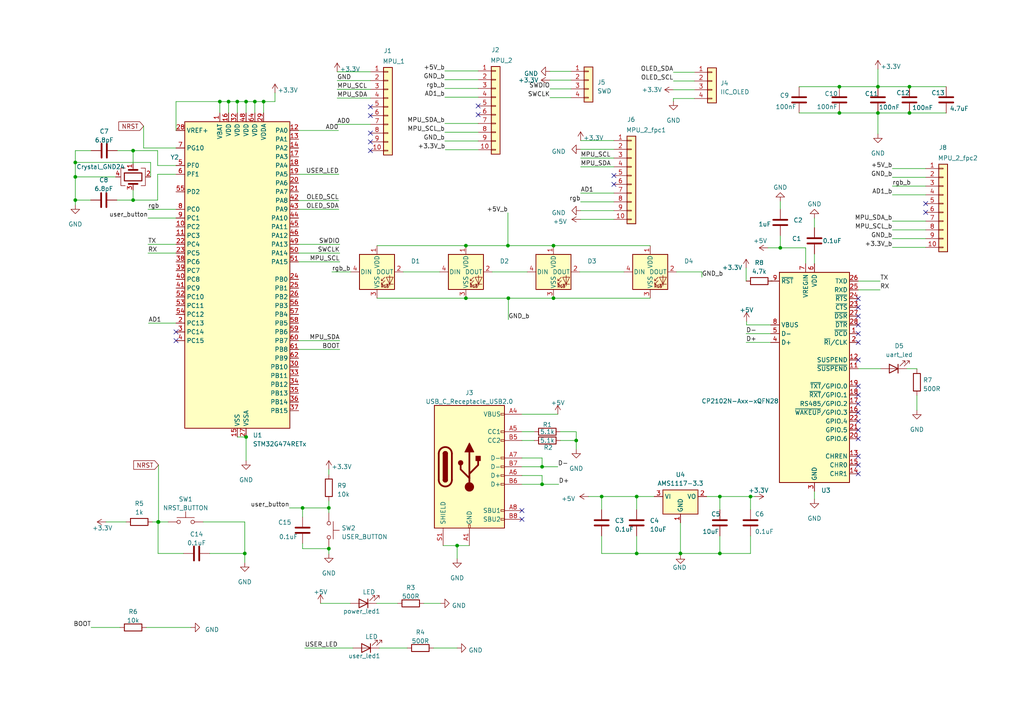
<source format=kicad_sch>
(kicad_sch (version 20230121) (generator eeschema)
  (paper "A4")
  (lib_symbols
    (symbol "Connector_Generic:Conn_01x04" (pin_names (offset 1.016) hide)
      (property "Reference" "J" (at 0 5.08 0))
      (property "Value" "Conn_01x04" (at 0 -7.62 0))
      (symbol "Conn_01x04_1_1"
        (pin passive line (at -5.08 2.54 0) (length 3.81) (name "Pin_1") (number "1"))
        (pin passive line (at -5.08 0 0) (length 3.81) (name "Pin_2") (number "2"))
        (pin passive line (at -5.08 -2.54 0) (length 3.81) (name "Pin_3") (number "3"))
        (pin passive line (at -5.08 -5.08 0) (length 3.81) (name "Pin_4") (number "4"))
      )
    )
    (symbol "Connector_Generic:Conn_01x10" (pin_names (offset 1.016) hide)
      (property "Reference" "J" (at 0 12.7 0))
      (property "Value" "Conn_01x10" (at 0 -15.24 0))
      (symbol "Conn_01x10_1_1"
        (pin passive line (at -5.08 10.16 0) (length 3.81) (name "Pin_1") (number "1"))
        (pin passive line (at -5.08 -12.7 0) (length 3.81) (name "Pin_10") (number "10"))
        (pin passive line (at -5.08 7.62 0) (length 3.81) (name "Pin_2") (number "2"))
        (pin passive line (at -5.08 5.08 0) (length 3.81) (name "Pin_3") (number "3"))
        (pin passive line (at -5.08 2.54 0) (length 3.81) (name "Pin_4") (number "4"))
        (pin passive line (at -5.08 0 0) (length 3.81) (name "Pin_5") (number "5"))
        (pin passive line (at -5.08 -2.54 0) (length 3.81) (name "Pin_6") (number "6"))
        (pin passive line (at -5.08 -5.08 0) (length 3.81) (name "Pin_7") (number "7"))
        (pin passive line (at -5.08 -7.62 0) (length 3.81) (name "Pin_8") (number "8"))
        (pin passive line (at -5.08 -10.16 0) (length 3.81) (name "Pin_9") (number "9"))
      )
    )
    (symbol "Device:C" (pin_numbers hide) (pin_names (offset 0.254))
      (property "Reference" "C" (at 0.635 2.54 0))
      (property "Value" "C" (at 0.635 -2.54 0))
      (symbol "C_1_1"
        (pin passive line (at 0 3.81 270) (length 2.794) (name "~") (number "1"))
        (pin passive line (at 0 -3.81 90) (length 2.794) (name "~") (number "2"))
      )
    )
    (symbol "Device:Crystal_GND24" (pin_names (offset 1.016) hide)
      (property "Reference" "Y" (at 3.175 5.08 0))
      (property "Value" "Crystal_GND24" (at 3.175 3.175 0))
      (symbol "Crystal_GND24_1_1"
        (pin passive line (at -3.81 0 0) (length 1.27) (name "1") (number "1"))
        (pin passive line (at 0 5.08 270) (length 1.27) (name "2") (number "2"))
        (pin passive line (at 3.81 0 180) (length 1.27) (name "3") (number "3"))
        (pin passive line (at 0 -5.08 90) (length 1.27) (name "4") (number "4"))
      )
    )
    (symbol "Device:LED" (pin_numbers hide) (pin_names (offset 1.016) hide)
      (property "Reference" "D" (at 0 2.54 0))
      (property "Value" "LED" (at 0 -2.54 0))
      (symbol "LED_1_1"
        (pin passive line (at -3.81 0 0) (length 2.54) (name "K") (number "1"))
        (pin passive line (at 3.81 0 180) (length 2.54) (name "A") (number "2"))
      )
    )
    (symbol "Device:R" (pin_numbers hide) (pin_names (offset 0))
      (property "Reference" "R" (at 2.032 0 90))
      (property "Value" "R" (at 0 0 90))
      (symbol "R_1_1"
        (pin passive line (at 0 3.81 270) (length 1.27) (name "~") (number "1"))
        (pin passive line (at 0 -3.81 90) (length 1.27) (name "~") (number "2"))
      )
    )
    (symbol "Iknob:AMS1117-3.3"
      (property "Reference" "U" (at -3.81 3.175 0))
      (property "Value" "AMS1117-3.3" (at 0 3.175 0))
      (symbol "AMS1117-3.3_1_1"
        (pin power_in line (at 0 -7.62 90) (length 2.54) (name "GND") (number "1"))
        (pin power_out line (at 7.62 0 180) (length 2.54) (name "VO") (number "2"))
        (pin power_in line (at -7.62 0 0) (length 2.54) (name "VI") (number "3"))
      )
    )
    (symbol "Iknob:C" (pin_numbers hide) (pin_names (offset 0.254))
      (property "Reference" "C" (at 0.635 2.54 0))
      (property "Value" "C" (at 0.635 -2.54 0))
      (symbol "C_1_1"
        (pin passive line (at 0 3.81 270) (length 2.794) (name "~") (number "1"))
        (pin passive line (at 0 -3.81 90) (length 2.794) (name "~") (number "2"))
      )
    )
    (symbol "Iknob:CP2102N-Axx-xQFN28"
      (property "Reference" "U" (at -8.89 31.75 0))
      (property "Value" "CP2102N-Axx-xQFN28" (at 12.7 31.75 0))
      (symbol "CP2102N-Axx-xQFN28_1_1"
        (pin input line (at 12.7 12.7 180) (length 2.54) (name "~{DCD}") (number "1"))
        (pin no_connect line (at -10.16 -27.94 0) (length 2.54) hide (name "NC") (number "10"))
        (pin output line (at 12.7 2.54 180) (length 2.54) (name "~{SUSPEND}") (number "11"))
        (pin output line (at 12.7 5.08 180) (length 2.54) (name "SUSPEND") (number "12"))
        (pin output line (at 12.7 -22.86 180) (length 2.54) (name "CHREN") (number "13"))
        (pin output line (at 12.7 -27.94 180) (length 2.54) (name "CHR1") (number "14"))
        (pin output line (at 12.7 -25.4 180) (length 2.54) (name "CHR0") (number "15"))
        (pin bidirectional line (at 12.7 -10.16 180) (length 2.54) (name "~{WAKEUP}/GPIO.3") (number "16"))
        (pin bidirectional line (at 12.7 -7.62 180) (length 2.54) (name "RS485/GPIO.2") (number "17"))
        (pin bidirectional line (at 12.7 -5.08 180) (length 2.54) (name "~{RXT}/GPIO.1") (number "18"))
        (pin bidirectional line (at 12.7 -2.54 180) (length 2.54) (name "~{TXT}/GPIO.0") (number "19"))
        (pin bidirectional line (at 12.7 10.16 180) (length 2.54) (name "~{RI}/CLK") (number "2"))
        (pin bidirectional line (at 12.7 -17.78 180) (length 2.54) (name "GPIO.6") (number "20"))
        (pin bidirectional line (at 12.7 -15.24 180) (length 2.54) (name "GPIO.5") (number "21"))
        (pin bidirectional line (at 12.7 -12.7 180) (length 2.54) (name "GPIO.4") (number "22"))
        (pin input line (at 12.7 20.32 180) (length 2.54) (name "~{CTS}") (number "23"))
        (pin output line (at 12.7 22.86 180) (length 2.54) (name "~{RTS}") (number "24"))
        (pin input line (at 12.7 25.4 180) (length 2.54) (name "RXD") (number "25"))
        (pin output line (at 12.7 27.94 180) (length 2.54) (name "TXD") (number "26"))
        (pin input line (at 12.7 17.78 180) (length 2.54) (name "~{DSR}") (number "27"))
        (pin output line (at 12.7 15.24 180) (length 2.54) (name "~{DTR}") (number "28"))
        (pin passive line (at 0 -33.02 90) (length 2.54) hide (name "GND") (number "29"))
        (pin power_in line (at 0 -33.02 90) (length 2.54) (name "GND") (number "3"))
        (pin bidirectional line (at -12.7 10.16 0) (length 2.54) (name "D+") (number "4"))
        (pin bidirectional line (at -12.7 12.7 0) (length 2.54) (name "D-") (number "5"))
        (pin power_in line (at 0 33.02 270) (length 2.54) (name "VDD") (number "6"))
        (pin power_in line (at -2.54 33.02 270) (length 2.54) (name "VREGIN") (number "7"))
        (pin input line (at -12.7 15.24 0) (length 2.54) (name "VBUS") (number "8"))
        (pin input line (at -12.7 27.94 0) (length 2.54) (name "~{RST}") (number "9"))
      )
    )
    (symbol "Iknob:USB_C_Receptacle_USB2.0" (pin_names (offset 1.016))
      (property "Reference" "J" (at -10.16 19.05 0))
      (property "Value" "USB_C_Receptacle_USB2.0" (at 19.05 19.05 0))
      (symbol "USB_C_Receptacle_USB2.0_1_1"
        (pin passive line (at 0 -22.86 90) (length 5.08) (name "GND") (number "A1"))
        (pin passive line (at 0 -22.86 90) (length 5.08) hide (name "GND") (number "A12"))
        (pin passive line (at 15.24 15.24 180) (length 5.08) (name "VBUS") (number "A4"))
        (pin bidirectional line (at 15.24 10.16 180) (length 5.08) (name "CC1") (number "A5"))
        (pin bidirectional line (at 15.24 -2.54 180) (length 5.08) (name "D+") (number "A6"))
        (pin bidirectional line (at 15.24 2.54 180) (length 5.08) (name "D-") (number "A7"))
        (pin bidirectional line (at 15.24 -12.7 180) (length 5.08) (name "SBU1") (number "A8"))
        (pin passive line (at 15.24 15.24 180) (length 5.08) hide (name "VBUS") (number "A9"))
        (pin passive line (at 0 -22.86 90) (length 5.08) hide (name "GND") (number "B1"))
        (pin passive line (at 0 -22.86 90) (length 5.08) hide (name "GND") (number "B12"))
        (pin passive line (at 15.24 15.24 180) (length 5.08) hide (name "VBUS") (number "B4"))
        (pin bidirectional line (at 15.24 7.62 180) (length 5.08) (name "CC2") (number "B5"))
        (pin bidirectional line (at 15.24 -5.08 180) (length 5.08) (name "D+") (number "B6"))
        (pin bidirectional line (at 15.24 0 180) (length 5.08) (name "D-") (number "B7"))
        (pin bidirectional line (at 15.24 -15.24 180) (length 5.08) (name "SBU2") (number "B8"))
        (pin passive line (at 15.24 15.24 180) (length 5.08) hide (name "VBUS") (number "B9"))
        (pin passive line (at -7.62 -22.86 90) (length 5.08) (name "SHIELD") (number "S1"))
      )
    )
    (symbol "LED:WS2812B" (pin_names (offset 0.254))
      (property "Reference" "D" (at 5.08 5.715 0))
      (property "Value" "WS2812B" (at 1.27 -5.715 0))
      (symbol "WS2812B_0_0"
        (text "RGB" (at 2.286 -4.191 0) (effects (font (size 0.762 0.762))))
      )
      (symbol "WS2812B_1_1"
        (pin power_in line (at 0 7.62 270) (length 2.54) (name "VDD") (number "1"))
        (pin output line (at 7.62 0 180) (length 2.54) (name "DOUT") (number "2"))
        (pin power_in line (at 0 -7.62 90) (length 2.54) (name "VSS") (number "3"))
        (pin input line (at -7.62 0 0) (length 2.54) (name "DIN") (number "4"))
      )
    )
    (symbol "MCU_ST_STM32G4:STM32G474RETx"
      (property "Reference" "U" (at -15.24 46.99 0))
      (property "Value" "STM32G474RETx" (at 10.16 46.99 0))
      (symbol "STM32G474RETx_1_1"
        (pin power_in line (at -5.08 48.26 270) (length 2.54) (name "VBAT") (number "1"))
        (pin bidirectional line (at -17.78 15.24 0) (length 2.54) (name "PC2") (number "10"))
        (pin bidirectional line (at -17.78 12.7 0) (length 2.54) (name "PC3") (number "11"))
        (pin bidirectional line (at 17.78 43.18 180) (length 2.54) (name "PA0") (number "12"))
        (pin bidirectional line (at 17.78 40.64 180) (length 2.54) (name "PA1") (number "13"))
        (pin bidirectional line (at 17.78 38.1 180) (length 2.54) (name "PA2") (number "14"))
        (pin power_in line (at 0 -45.72 90) (length 2.54) (name "VSS") (number "15"))
        (pin power_in line (at -2.54 48.26 270) (length 2.54) (name "VDD") (number "16"))
        (pin bidirectional line (at 17.78 35.56 180) (length 2.54) (name "PA3") (number "17"))
        (pin bidirectional line (at 17.78 33.02 180) (length 2.54) (name "PA4") (number "18"))
        (pin bidirectional line (at 17.78 30.48 180) (length 2.54) (name "PA5") (number "19"))
        (pin bidirectional line (at -17.78 -12.7 0) (length 2.54) (name "PC13") (number "2"))
        (pin bidirectional line (at 17.78 27.94 180) (length 2.54) (name "PA6") (number "20"))
        (pin bidirectional line (at 17.78 25.4 180) (length 2.54) (name "PA7") (number "21"))
        (pin bidirectional line (at -17.78 10.16 0) (length 2.54) (name "PC4") (number "22"))
        (pin bidirectional line (at -17.78 7.62 0) (length 2.54) (name "PC5") (number "23"))
        (pin bidirectional line (at 17.78 0 180) (length 2.54) (name "PB0") (number "24"))
        (pin bidirectional line (at 17.78 -2.54 180) (length 2.54) (name "PB1") (number "25"))
        (pin bidirectional line (at 17.78 -5.08 180) (length 2.54) (name "PB2") (number "26"))
        (pin power_in line (at 2.54 -45.72 90) (length 2.54) (name "VSSA") (number "27"))
        (pin input line (at -17.78 43.18 0) (length 2.54) (name "VREF+") (number "28"))
        (pin power_in line (at 7.62 48.26 270) (length 2.54) (name "VDDA") (number "29"))
        (pin bidirectional line (at -17.78 -15.24 0) (length 2.54) (name "PC14") (number "3"))
        (pin bidirectional line (at 17.78 -25.4 180) (length 2.54) (name "PB10") (number "30"))
        (pin passive line (at 0 -45.72 90) (length 2.54) hide (name "VSS") (number "31"))
        (pin power_in line (at 0 48.26 270) (length 2.54) (name "VDD") (number "32"))
        (pin bidirectional line (at 17.78 -27.94 180) (length 2.54) (name "PB11") (number "33"))
        (pin bidirectional line (at 17.78 -30.48 180) (length 2.54) (name "PB12") (number "34"))
        (pin bidirectional line (at 17.78 -33.02 180) (length 2.54) (name "PB13") (number "35"))
        (pin bidirectional line (at 17.78 -35.56 180) (length 2.54) (name "PB14") (number "36"))
        (pin bidirectional line (at 17.78 -38.1 180) (length 2.54) (name "PB15") (number "37"))
        (pin bidirectional line (at -17.78 5.08 0) (length 2.54) (name "PC6") (number "38"))
        (pin bidirectional line (at -17.78 2.54 0) (length 2.54) (name "PC7") (number "39"))
        (pin bidirectional line (at -17.78 -17.78 0) (length 2.54) (name "PC15") (number "4"))
        (pin bidirectional line (at -17.78 0 0) (length 2.54) (name "PC8") (number "40"))
        (pin bidirectional line (at -17.78 -2.54 0) (length 2.54) (name "PC9") (number "41"))
        (pin bidirectional line (at 17.78 22.86 180) (length 2.54) (name "PA8") (number "42"))
        (pin bidirectional line (at 17.78 20.32 180) (length 2.54) (name "PA9") (number "43"))
        (pin bidirectional line (at 17.78 17.78 180) (length 2.54) (name "PA10") (number "44"))
        (pin bidirectional line (at 17.78 15.24 180) (length 2.54) (name "PA11") (number "45"))
        (pin bidirectional line (at 17.78 12.7 180) (length 2.54) (name "PA12") (number "46"))
        (pin passive line (at 0 -45.72 90) (length 2.54) hide (name "VSS") (number "47"))
        (pin power_in line (at 2.54 48.26 270) (length 2.54) (name "VDD") (number "48"))
        (pin bidirectional line (at 17.78 10.16 180) (length 2.54) (name "PA13") (number "49"))
        (pin bidirectional line (at -17.78 33.02 0) (length 2.54) (name "PF0") (number "5"))
        (pin bidirectional line (at 17.78 7.62 180) (length 2.54) (name "PA14") (number "50"))
        (pin bidirectional line (at 17.78 5.08 180) (length 2.54) (name "PA15") (number "51"))
        (pin bidirectional line (at -17.78 -5.08 0) (length 2.54) (name "PC10") (number "52"))
        (pin bidirectional line (at -17.78 -7.62 0) (length 2.54) (name "PC11") (number "53"))
        (pin bidirectional line (at -17.78 -10.16 0) (length 2.54) (name "PC12") (number "54"))
        (pin bidirectional line (at -17.78 25.4 0) (length 2.54) (name "PD2") (number "55"))
        (pin bidirectional line (at 17.78 -7.62 180) (length 2.54) (name "PB3") (number "56"))
        (pin bidirectional line (at 17.78 -10.16 180) (length 2.54) (name "PB4") (number "57"))
        (pin bidirectional line (at 17.78 -12.7 180) (length 2.54) (name "PB5") (number "58"))
        (pin bidirectional line (at 17.78 -15.24 180) (length 2.54) (name "PB6") (number "59"))
        (pin bidirectional line (at -17.78 30.48 0) (length 2.54) (name "PF1") (number "6"))
        (pin bidirectional line (at 17.78 -17.78 180) (length 2.54) (name "PB7") (number "60"))
        (pin bidirectional line (at 17.78 -20.32 180) (length 2.54) (name "PB8") (number "61"))
        (pin bidirectional line (at 17.78 -22.86 180) (length 2.54) (name "PB9") (number "62"))
        (pin passive line (at 0 -45.72 90) (length 2.54) hide (name "VSS") (number "63"))
        (pin power_in line (at 5.08 48.26 270) (length 2.54) (name "VDD") (number "64"))
        (pin bidirectional line (at -17.78 38.1 0) (length 2.54) (name "PG10") (number "7"))
        (pin bidirectional line (at -17.78 20.32 0) (length 2.54) (name "PC0") (number "8"))
        (pin bidirectional line (at -17.78 17.78 0) (length 2.54) (name "PC1") (number "9"))
      )
    )
    (symbol "Switch:SW_Push" (pin_numbers hide) (pin_names (offset 1.016) hide)
      (property "Reference" "SW" (at 1.27 2.54 0))
      (property "Value" "SW_Push" (at 0 -1.524 0))
      (symbol "SW_Push_0_1"
        (pin passive line (at -5.08 0 0) (length 2.54) (name "1") (number "1"))
        (pin passive line (at 5.08 0 180) (length 2.54) (name "2") (number "2"))
      )
    )
    (symbol "power:+3.3V" (power) (pin_names (offset 0))
      (property "Value" "+3.3V" (at 0 3.556 0))
      (symbol "+3.3V_1_1"
        (pin power_in line (at 0 0 90) (length 0) hide (name "+3.3V") (number "1"))
      )
    )
    (symbol "power:+5V" (power) (pin_names (offset 0))
      (property "Value" "+5V" (at 0 3.556 0))
      (symbol "+5V_1_1"
        (pin power_in line (at 0 0 90) (length 0) hide (name "+5V") (number "1"))
      )
    )
    (symbol "power:GND" (power) (pin_names (offset 0))
      (property "Value" "GND" (at 0 -3.81 0))
      (symbol "GND_1_1"
        (pin power_in line (at 0 0 270) (length 0) hide (name "GND") (number "1"))
      )
    )
  )
  (junction (at 254.635 25.146))
  (junction (at 263.779 25.146))
  (junction (at 73.914 29.464))
  (junction (at 243.459 32.766))
  (junction (at 147.447 86.487))
  (junction (at 254.635 32.766))
  (junction (at 68.834 29.464))
  (junction (at 174.498 144.018))
  (junction (at 21.844 51.308))
  (junction (at 135.128 71.247))
  (junction (at 76.454 29.464))
  (junction (at 70.993 160.528))
  (junction (at 38.608 58.039))
  (junction (at 21.844 47.117))
  (junction (at 95.377 147.32))
  (junction (at 71.374 29.464))
  (junction (at 208.788 160.528))
  (junction (at 263.779 32.766))
  (junction (at 71.374 126.746))
  (junction (at 160.528 86.487))
  (junction (at 95.377 159.131))
  (junction (at 63.754 29.464))
  (junction (at 208.788 144.018))
  (junction (at 184.658 144.018))
  (junction (at 160.528 71.247))
  (junction (at 157.226 135.382))
  (junction (at 132.588 158.242))
  (junction (at 45.847 151.384))
  (junction (at 147.32 71.247))
  (junction (at 21.844 58.039))
  (junction (at 197.358 160.528))
  (junction (at 184.658 160.528))
  (junction (at 87.757 147.32))
  (junction (at 167.132 127.762))
  (junction (at 135.128 86.487))
  (junction (at 45.974 151.384))
  (junction (at 38.608 43.688))
  (junction (at 226.314 71.882))
  (junction (at 66.294 29.464))
  (junction (at 217.678 144.018))
  (junction (at 243.459 25.146))
  (junction (at 157.226 140.462))
  (no_connect (at 248.92 137.414))
  (no_connect (at 248.92 127.254))
  (no_connect (at 248.92 117.094))
  (no_connect (at 248.92 114.554))
  (no_connect (at 51.054 98.806))
  (no_connect (at 248.92 124.714))
  (no_connect (at 248.92 104.394))
  (no_connect (at 107.442 41.148))
  (no_connect (at 248.92 134.874))
  (no_connect (at 138.684 30.734))
  (no_connect (at 248.92 99.314))
  (no_connect (at 51.054 96.266))
  (no_connect (at 178.054 50.927))
  (no_connect (at 107.442 38.608))
  (no_connect (at 178.054 53.467))
  (no_connect (at 248.92 132.334))
  (no_connect (at 248.92 89.154))
  (no_connect (at 248.92 91.694))
  (no_connect (at 248.92 96.774))
  (no_connect (at 107.442 43.688))
  (no_connect (at 107.442 30.988))
  (no_connect (at 248.92 112.014))
  (no_connect (at 151.384 150.622))
  (no_connect (at 248.92 119.634))
  (no_connect (at 268.478 59.055))
  (no_connect (at 268.478 61.595))
  (no_connect (at 248.92 86.614))
  (no_connect (at 248.92 94.234))
  (no_connect (at 248.92 122.174))
  (no_connect (at 138.684 33.274))
  (no_connect (at 107.442 33.528))
  (no_connect (at 151.384 148.082))
  (wire (pts (xy 231.775 25.146) (xy 243.459 25.146)))
  (wire (pts (xy 151.384 135.382) (xy 157.226 135.382)))
  (wire (pts (xy 208.788 155.448) (xy 208.788 160.528)))
  (wire (pts (xy 233.68 76.454) (xy 233.68 71.882)))
  (wire (pts (xy 224.028 81.534) (xy 223.52 81.534)))
  (wire (pts (xy 51.054 50.546) (xy 45.72 50.546)))
  (wire (pts (xy 125.73 187.96) (xy 132.588 187.96)))
  (wire (pts (xy 45.974 151.384) (xy 48.768 151.384)))
  (wire (pts (xy 101.727 78.867) (xy 96.266 78.867)))
  (wire (pts (xy 195.326 20.955) (xy 201.422 20.955)))
  (wire (pts (xy 157.226 137.922) (xy 157.226 140.462)))
  (wire (pts (xy 21.844 58.039) (xy 21.844 59.436)))
  (wire (pts (xy 97.79 36.068) (xy 107.442 36.068)))
  (wire (pts (xy 135.128 86.487) (xy 147.447 86.487)))
  (wire (pts (xy 142.748 78.867) (xy 152.908 78.867)))
  (wire (pts (xy 254.635 20.066) (xy 254.635 25.146)))
  (wire (pts (xy 128.524 158.242) (xy 132.588 158.242)))
  (wire (pts (xy 109.347 71.247) (xy 135.128 71.247)))
  (wire (pts (xy 151.384 120.142) (xy 161.798 120.142)))
  (wire (pts (xy 38.608 43.688) (xy 38.608 47.498)))
  (wire (pts (xy 129.032 28.194) (xy 138.684 28.194)))
  (wire (pts (xy 258.826 66.675) (xy 268.478 66.675)))
  (wire (pts (xy 258.826 71.755) (xy 268.478 71.755)))
  (wire (pts (xy 147.447 86.487) (xy 147.447 92.71)))
  (wire (pts (xy 236.22 73.66) (xy 236.22 76.454)))
  (wire (pts (xy 258.826 56.515) (xy 268.478 56.515)))
  (wire (pts (xy 122.936 175.006) (xy 127.762 175.006)))
  (wire (pts (xy 151.384 137.922) (xy 157.226 137.922)))
  (wire (pts (xy 97.79 20.828) (xy 107.442 20.828)))
  (wire (pts (xy 68.834 29.464) (xy 71.374 29.464)))
  (wire (pts (xy 174.498 147.828) (xy 174.498 144.018)))
  (wire (pts (xy 248.92 84.074) (xy 255.27 84.074)))
  (wire (pts (xy 86.614 73.406) (xy 98.552 73.406)))
  (wire (pts (xy 268.478 53.975) (xy 258.826 53.975)))
  (wire (pts (xy 87.757 147.32) (xy 95.377 147.32)))
  (wire (pts (xy 70.993 151.384) (xy 58.928 151.384)))
  (wire (pts (xy 168.402 43.307) (xy 178.054 43.307)))
  (wire (pts (xy 95.377 147.32) (xy 95.377 148.717)))
  (wire (pts (xy 168.148 78.867) (xy 180.975 78.867)))
  (wire (pts (xy 263.779 32.766) (xy 274.447 32.766)))
  (wire (pts (xy 178.054 45.847) (xy 168.402 45.847)))
  (wire (pts (xy 95.377 158.877) (xy 95.377 159.131)))
  (wire (pts (xy 263.017 106.934) (xy 265.938 106.934)))
  (wire (pts (xy 86.614 75.946) (xy 98.552 75.946)))
  (wire (pts (xy 195.326 28.575) (xy 195.326 29.337)))
  (wire (pts (xy 43.688 47.117) (xy 21.844 47.117)))
  (wire (pts (xy 168.402 58.547) (xy 178.054 58.547)))
  (wire (pts (xy 132.588 158.242) (xy 136.144 158.242)))
  (wire (pts (xy 236.22 142.494) (xy 236.22 144.78)))
  (wire (pts (xy 86.614 58.166) (xy 98.298 58.166)))
  (wire (pts (xy 107.442 25.908) (xy 97.79 25.908)))
  (wire (pts (xy 45.72 48.006) (xy 45.72 43.688)))
  (wire (pts (xy 165.608 28.321) (xy 159.512 28.321)))
  (wire (pts (xy 258.826 51.435) (xy 268.478 51.435)))
  (wire (pts (xy 38.608 43.688) (xy 45.72 43.688)))
  (wire (pts (xy 79.756 26.924) (xy 79.756 29.464)))
  (wire (pts (xy 248.92 106.934) (xy 255.397 106.934)))
  (wire (pts (xy 159.512 25.781) (xy 165.608 25.781)))
  (wire (pts (xy 231.775 32.766) (xy 243.459 32.766)))
  (wire (pts (xy 216.408 99.314) (xy 223.52 99.314)))
  (wire (pts (xy 42.926 63.246) (xy 51.054 63.246)))
  (wire (pts (xy 208.788 147.828) (xy 208.788 144.018)))
  (wire (pts (xy 116.967 78.867) (xy 127.508 78.867)))
  (wire (pts (xy 184.658 147.828) (xy 184.658 144.018)))
  (wire (pts (xy 68.834 126.746) (xy 71.374 126.746)))
  (wire (pts (xy 70.993 160.528) (xy 70.993 151.384)))
  (wire (pts (xy 87.757 147.32) (xy 87.757 149.987)))
  (wire (pts (xy 168.402 48.387) (xy 178.054 48.387)))
  (wire (pts (xy 21.844 47.117) (xy 21.844 51.308)))
  (wire (pts (xy 135.128 71.247) (xy 147.32 71.247)))
  (wire (pts (xy 160.528 86.487) (xy 188.595 86.487)))
  (wire (pts (xy 71.374 29.464) (xy 71.374 32.766)))
  (wire (pts (xy 217.678 160.528) (xy 208.788 160.528)))
  (wire (pts (xy 138.684 25.654) (xy 129.032 25.654)))
  (wire (pts (xy 86.614 37.846) (xy 98.171 37.846)))
  (wire (pts (xy 51.054 29.464) (xy 63.754 29.464)))
  (wire (pts (xy 86.614 50.546) (xy 98.298 50.546)))
  (wire (pts (xy 76.454 29.464) (xy 79.756 29.464)))
  (wire (pts (xy 71.374 126.746) (xy 71.374 133.604)))
  (wire (pts (xy 43.688 47.117) (xy 43.688 51.308)))
  (wire (pts (xy 97.79 28.448) (xy 107.442 28.448)))
  (wire (pts (xy 184.658 144.018) (xy 189.738 144.018)))
  (wire (pts (xy 63.754 29.464) (xy 66.294 29.464)))
  (wire (pts (xy 51.054 48.006) (xy 45.72 48.006)))
  (wire (pts (xy 168.402 63.627) (xy 178.054 63.627)))
  (wire (pts (xy 95.377 136.144) (xy 95.377 137.668)))
  (wire (pts (xy 42.926 60.706) (xy 51.054 60.706)))
  (wire (pts (xy 151.384 127.762) (xy 154.94 127.762)))
  (wire (pts (xy 95.377 145.288) (xy 95.377 147.32)))
  (wire (pts (xy 129.032 23.114) (xy 138.684 23.114)))
  (wire (pts (xy 26.289 58.039) (xy 21.844 58.039)))
  (wire (pts (xy 223.52 94.234) (xy 216.535 94.234)))
  (wire (pts (xy 222.758 71.882) (xy 226.314 71.882)))
  (wire (pts (xy 42.926 73.406) (xy 51.054 73.406)))
  (wire (pts (xy 87.757 159.131) (xy 95.377 159.131)))
  (wire (pts (xy 216.408 77.724) (xy 216.408 81.534)))
  (wire (pts (xy 151.384 125.222) (xy 154.94 125.222)))
  (wire (pts (xy 258.826 64.135) (xy 268.478 64.135)))
  (wire (pts (xy 174.498 155.448) (xy 174.498 160.528)))
  (wire (pts (xy 174.498 160.528) (xy 184.658 160.528)))
  (wire (pts (xy 45.974 134.874) (xy 45.974 151.384)))
  (wire (pts (xy 265.938 106.934) (xy 265.938 107.061)))
  (wire (pts (xy 26.416 181.991) (xy 34.798 181.991)))
  (wire (pts (xy 197.358 160.528) (xy 197.358 160.909)))
  (wire (pts (xy 129.032 40.894) (xy 138.684 40.894)))
  (wire (pts (xy 226.314 68.326) (xy 226.314 71.882)))
  (wire (pts (xy 51.054 37.846) (xy 51.054 29.464)))
  (wire (pts (xy 71.374 29.464) (xy 73.914 29.464)))
  (wire (pts (xy 86.614 101.346) (xy 98.552 101.346)))
  (wire (pts (xy 254.635 25.146) (xy 263.779 25.146)))
  (wire (pts (xy 129.032 35.814) (xy 138.684 35.814)))
  (wire (pts (xy 151.384 140.462) (xy 157.226 140.462)))
  (wire (pts (xy 184.658 160.528) (xy 197.358 160.528)))
  (wire (pts (xy 43.053 93.726) (xy 51.054 93.726)))
  (wire (pts (xy 51.054 42.926) (xy 41.656 42.926)))
  (wire (pts (xy 203.581 78.867) (xy 203.581 80.391)))
  (wire (pts (xy 129.032 38.354) (xy 138.684 38.354)))
  (wire (pts (xy 258.826 48.895) (xy 268.478 48.895)))
  (wire (pts (xy 196.215 78.867) (xy 203.581 78.867)))
  (wire (pts (xy 167.132 125.222) (xy 167.132 127.762)))
  (wire (pts (xy 45.847 151.384) (xy 45.974 151.384)))
  (wire (pts (xy 265.938 114.681) (xy 265.938 118.999)))
  (wire (pts (xy 33.909 58.039) (xy 38.608 58.039)))
  (wire (pts (xy 26.416 43.688) (xy 21.844 43.688)))
  (wire (pts (xy 42.418 181.991) (xy 55.372 181.991)))
  (wire (pts (xy 44.196 151.384) (xy 45.847 151.384)))
  (wire (pts (xy 132.588 158.242) (xy 132.588 162.052)))
  (wire (pts (xy 174.498 144.018) (xy 184.658 144.018)))
  (wire (pts (xy 38.608 55.118) (xy 38.608 58.039)))
  (wire (pts (xy 157.226 140.462) (xy 162.052 140.462)))
  (wire (pts (xy 226.314 58.42) (xy 226.314 60.706)))
  (wire (pts (xy 45.847 151.384) (xy 45.847 160.528)))
  (wire (pts (xy 73.914 29.464) (xy 73.914 32.766)))
  (wire (pts (xy 162.56 127.762) (xy 167.132 127.762)))
  (wire (pts (xy 76.454 29.464) (xy 76.454 32.766)))
  (wire (pts (xy 95.377 159.131) (xy 95.377 160.655)))
  (wire (pts (xy 109.982 187.96) (xy 118.11 187.96)))
  (wire (pts (xy 33.528 51.308) (xy 21.844 51.308)))
  (wire (pts (xy 170.688 144.018) (xy 174.498 144.018)))
  (wire (pts (xy 68.834 29.464) (xy 68.834 32.766)))
  (wire (pts (xy 129.159 43.434) (xy 138.684 43.434)))
  (wire (pts (xy 42.926 70.866) (xy 51.054 70.866)))
  (wire (pts (xy 168.402 40.767) (xy 178.054 40.767)))
  (wire (pts (xy 201.422 28.575) (xy 195.326 28.575)))
  (wire (pts (xy 147.447 86.487) (xy 160.528 86.487)))
  (wire (pts (xy 263.779 25.146) (xy 274.447 25.146)))
  (wire (pts (xy 66.294 29.464) (xy 66.294 32.766)))
  (wire (pts (xy 41.656 36.576) (xy 41.656 42.926)))
  (wire (pts (xy 208.788 144.018) (xy 217.678 144.018)))
  (wire (pts (xy 258.826 69.215) (xy 268.478 69.215)))
  (wire (pts (xy 195.326 23.495) (xy 201.422 23.495)))
  (wire (pts (xy 243.459 25.146) (xy 254.635 25.146)))
  (wire (pts (xy 162.56 125.222) (xy 167.132 125.222)))
  (wire (pts (xy 160.528 71.247) (xy 188.595 71.247)))
  (wire (pts (xy 83.947 147.32) (xy 87.757 147.32)))
  (wire (pts (xy 97.79 23.368) (xy 107.442 23.368)))
  (wire (pts (xy 87.757 157.607) (xy 87.757 159.131)))
  (wire (pts (xy 86.614 70.866) (xy 98.552 70.866)))
  (wire (pts (xy 38.608 58.039) (xy 45.72 58.039)))
  (wire (pts (xy 208.788 160.528) (xy 197.358 160.528)))
  (wire (pts (xy 168.402 61.087) (xy 178.054 61.087)))
  (wire (pts (xy 109.347 86.487) (xy 135.128 86.487)))
  (wire (pts (xy 34.036 43.688) (xy 38.608 43.688)))
  (wire (pts (xy 157.226 135.382) (xy 161.798 135.382)))
  (wire (pts (xy 86.614 98.806) (xy 98.552 98.806)))
  (wire (pts (xy 195.326 26.035) (xy 201.422 26.035)))
  (wire (pts (xy 216.535 93.218) (xy 216.535 94.234)))
  (wire (pts (xy 21.844 51.308) (xy 21.844 58.039)))
  (wire (pts (xy 254.635 32.766) (xy 263.779 32.766)))
  (wire (pts (xy 147.32 71.247) (xy 160.528 71.247)))
  (wire (pts (xy 236.22 63.246) (xy 236.22 66.04)))
  (wire (pts (xy 63.754 32.766) (xy 63.754 29.464)))
  (wire (pts (xy 157.226 132.842) (xy 157.226 135.382)))
  (wire (pts (xy 45.847 160.528) (xy 53.213 160.528)))
  (wire (pts (xy 184.658 155.448) (xy 184.658 160.528)))
  (wire (pts (xy 159.512 20.701) (xy 165.608 20.701)))
  (wire (pts (xy 217.678 144.018) (xy 217.678 147.828)))
  (wire (pts (xy 86.614 60.706) (xy 98.298 60.706)))
  (wire (pts (xy 60.833 160.528) (xy 70.993 160.528)))
  (wire (pts (xy 217.678 144.018) (xy 218.948 144.018)))
  (wire (pts (xy 45.72 50.546) (xy 45.72 58.039)))
  (wire (pts (xy 147.32 71.247) (xy 147.32 61.722)))
  (wire (pts (xy 21.844 43.688) (xy 21.844 47.117)))
  (wire (pts (xy 254.635 32.766) (xy 254.635 38.862)))
  (wire (pts (xy 248.92 81.534) (xy 255.27 81.534)))
  (wire (pts (xy 70.993 163.195) (xy 70.993 160.528)))
  (wire (pts (xy 243.459 32.766) (xy 254.635 32.766)))
  (wire (pts (xy 197.358 151.638) (xy 197.358 160.528)))
  (wire (pts (xy 109.22 175.006) (xy 115.316 175.006)))
  (wire (pts (xy 73.914 29.464) (xy 76.454 29.464)))
  (wire (pts (xy 159.512 23.241) (xy 165.608 23.241)))
  (wire (pts (xy 217.678 155.448) (xy 217.678 160.528)))
  (wire (pts (xy 102.362 187.96) (xy 88.392 187.96)))
  (wire (pts (xy 30.734 151.384) (xy 36.576 151.384)))
  (wire (pts (xy 66.294 29.464) (xy 68.834 29.464)))
  (wire (pts (xy 168.402 56.007) (xy 178.054 56.007)))
  (wire (pts (xy 129.032 20.574) (xy 138.684 20.574)))
  (wire (pts (xy 226.314 71.882) (xy 233.68 71.882)))
  (wire (pts (xy 167.132 127.762) (xy 167.132 130.302)))
  (wire (pts (xy 92.964 175.006) (xy 101.6 175.006)))
  (wire (pts (xy 151.384 132.842) (xy 157.226 132.842)))
  (wire (pts (xy 204.978 144.018) (xy 208.788 144.018)))
  (wire (pts (xy 216.408 96.774) (xy 223.52 96.774)))
  (label "AD1" (at 43.053 93.726 0))
  (label "MPU_SDA_b" (at 129.032 35.814 180))
  (label "GND" (at 97.79 23.368 0))
  (label "+5V_b" (at 129.032 20.574 180))
  (label "TX" (at 255.27 81.534 0))
  (label "+3.3V_b" (at 258.826 71.755 180))
  (label "GND_b" (at 203.581 80.391 0))
  (label "MPU_SCL" (at 98.552 75.946 180))
  (label "SWCLK" (at 98.552 73.406 180))
  (label "user_button" (at 42.926 63.246 180))
  (label "D+" (at 216.408 99.314 0))
  (label "USER_LED" (at 98.298 50.546 180))
  (label "SWCLK" (at 159.512 28.321 180))
  (label "USER_LED" (at 88.392 187.96 0))
  (label "OLED_SDA" (at 195.326 20.955 180))
  (label "GND_b" (at 147.447 92.71 0))
  (label "MPU_SDA" (at 97.79 28.448 0))
  (label "MPU_SDA" (at 98.552 98.806 180))
  (label "GND_b" (at 258.826 69.215 180))
  (label "AD1_b" (at 258.826 56.515 180))
  (label "+5V_b" (at 147.32 61.722 180))
  (label "MPU_SCL_b" (at 258.826 66.675 180))
  (label "MPU_SDA" (at 168.402 48.387 0))
  (label "rgb_b" (at 258.826 53.975 0))
  (label "MPU_SCL" (at 168.402 45.847 0))
  (label "user_button" (at 83.947 147.32 180))
  (label "D-" (at 161.798 135.382 0))
  (label "rgb_b" (at 96.266 78.867 0))
  (label "AD1" (at 168.402 56.007 0))
  (label "rgb_b" (at 129.032 25.654 180))
  (label "SWDIO" (at 159.512 25.781 180))
  (label "OLED_SCL" (at 195.326 23.495 180))
  (label "AD0" (at 98.171 37.846 180))
  (label "D-" (at 216.408 96.774 0))
  (label "MPU_SDA_b" (at 258.826 64.135 180))
  (label "+5V_b" (at 258.826 48.895 180))
  (label "OLED_SCL" (at 98.298 58.166 180))
  (label "BOOT" (at 26.416 181.991 180))
  (label "SWDIO" (at 98.552 70.866 180))
  (label "GND_b" (at 129.032 23.114 180))
  (label "OLED_SDA" (at 98.298 60.706 180))
  (label "GND_b" (at 258.826 51.435 180))
  (label "BOOT" (at 98.552 101.346 180))
  (label "MPU_SCL" (at 97.79 25.908 0))
  (label "MPU_SCL_b" (at 129.032 38.354 180))
  (label "RX" (at 255.27 84.074 0))
  (label "D+" (at 162.052 140.462 0))
  (label "GND_b" (at 129.032 40.894 180))
  (label "AD1_b" (at 129.032 28.194 180))
  (label "rgb" (at 42.926 60.706 0))
  (label "rgb" (at 168.402 58.547 180))
  (label "AD0" (at 97.79 36.068 0))
  (label "RX" (at 42.926 73.406 0))
  (label "+3.3V_b" (at 129.159 43.434 180))
  (label "TX" (at 42.926 70.866 0))
  (global_label "NRST" (shape input) (at 41.656 36.576 180) (property "Intersheetrefs" "${INTERSHEET_REFS}" (effects hide)))
  (global_label "NRST" (shape input) (at 45.974 134.874 180) (property "Intersheetrefs" "${INTERSHEET_REFS}" (effects hide)))
  (symbol (lib_id "Device:C") (at 87.757 153.797 180) (unit 1)
    (property "Reference" "C15" (at 80.645 151.511 0) (effects (justify right)))
    (property "Value" "0.1uF" (at 80.899 155.702 0) (effects (justify right)))
    (property "Footprint" "Capacitor_SMD:C_0603_1608Metric_Pad1.08x0.95mm_HandSolder" (effects hide))
  )
  (symbol (lib_id "power:+3.3V") (at 79.756 26.924 0) (unit 1)
    (property "Reference" "#PWR013" (effects hide))
    (property "Value" "+3.3V" (at 80.518 26.162 0) (effects (justify left)))
  )
  (symbol (lib_id "Iknob:C") (at 184.658 151.638 0) (unit 1)
    (property "Reference" "C4" (at 188.468 151.003 0) (effects (justify left)))
    (property "Value" "10uF" (at 188.468 153.543 0) (effects (justify left)))
    (property "Footprint" "Capacitor_SMD:C_0603_1608Metric" (effects hide))
  )
  (symbol (lib_id "power:+3.3V") (at 97.79 20.828 0) (unit 1)
    (property "Reference" "#PWR021" (effects hide))
    (property "Value" "+3.3V" (at 98.552 20.066 0) (effects (justify left)))
  )
  (symbol (lib_id "power:GND") (at 236.22 63.246 180) (unit 1)
    (property "Reference" "#PWR04" (effects hide))
    (property "Value" "GND" (at 236.22 59.182 0))
  )
  (symbol (lib_id "Device:C") (at 226.314 64.516 0) (unit 1)
    (property "Reference" "C2" (at 230.124 63.881 0) (effects (justify left)))
    (property "Value" "1uF" (at 219.964 65.024 0) (effects (justify left)))
    (property "Footprint" "Capacitor_SMD:C_0603_1608Metric_Pad1.08x0.95mm_HandSolder" (effects hide))
  )
  (symbol (lib_id "power:+5V") (at 216.535 93.218 0) (unit 1)
    (property "Reference" "#PWR011" (effects hide))
    (property "Value" "+5V" (at 216.535 89.916 0))
  )
  (symbol (lib_id "power:+5V") (at 222.758 71.882 90) (unit 1)
    (property "Reference" "#PWR012" (effects hide))
    (property "Value" "+5V" (at 218.44 69.85 90) (effects (justify right)))
  )
  (symbol (lib_id "Device:R") (at 220.218 81.534 90) (unit 1)
    (property "Reference" "R8" (at 220.218 76.2 90))
    (property "Value" "4.7k" (at 220.218 78.74 90))
    (property "Footprint" "Resistor_SMD:R_0603_1608Metric_Pad0.98x0.95mm_HandSolder" (effects hide))
  )
  (symbol (lib_id "Device:C") (at 243.459 28.956 0) (unit 1)
    (property "Reference" "C10" (at 239.141 27.178 0) (effects (justify left)))
    (property "Value" "100nF" (at 236.855 30.988 0) (effects (justify left)))
    (property "Footprint" "Capacitor_SMD:C_0603_1608Metric_Pad1.08x0.95mm_HandSolder" (effects hide))
  )
  (symbol (lib_id "Iknob:C") (at 208.788 151.638 0) (unit 1)
    (property "Reference" "C5" (at 206.248 149.098 0) (effects (justify left)))
    (property "Value" "10uF" (at 203.708 154.178 0) (effects (justify left)))
    (property "Footprint" "Capacitor_SMD:C_0603_1608Metric" (effects hide))
  )
  (symbol (lib_id "power:+3.3V") (at 168.402 40.767 0) (unit 1)
    (property "Reference" "#PWR033" (effects hide))
    (property "Value" "+3.3V" (at 169.164 40.005 0) (effects (justify left)))
  )
  (symbol (lib_id "power:GND") (at 71.374 133.604 0) (unit 1)
    (property "Reference" "#PWR014" (effects hide))
    (property "Value" "GND" (at 71.374 139.192 0))
  )
  (symbol (lib_id "Device:C") (at 274.447 28.956 0) (unit 1)
    (property "Reference" "C13" (at 270.129 26.924 0) (effects (justify left)))
    (property "Value" "4.7uF" (at 275.463 31.496 0) (effects (justify left)))
    (property "Footprint" "Capacitor_SMD:C_0603_1608Metric_Pad1.08x0.95mm_HandSolder" (effects hide))
  )
  (symbol (lib_id "power:+3.3V") (at 95.377 136.144 0) (unit 1)
    (property "Reference" "#PWR036" (effects hide))
    (property "Value" "+3.3V" (at 96.139 135.382 0) (effects (justify left)))
  )
  (symbol (lib_id "power:GND") (at 168.402 61.087 270) (unit 1)
    (property "Reference" "#PWR039" (effects hide))
    (property "Value" "GND" (at 164.084 61.722 90) (effects (justify right)))
  )
  (symbol (lib_id "Device:R") (at 158.75 125.222 90) (mirror x) (unit 1)
    (property "Reference" "R1" (at 158.75 123.19 90))
    (property "Value" "5.1k" (at 158.75 125.222 90))
    (property "Footprint" "Resistor_SMD:R_0603_1608Metric_Pad0.98x0.95mm_HandSolder" (effects hide))
  )
  (symbol (lib_id "Device:R") (at 121.92 187.96 90) (unit 1)
    (property "Reference" "R4" (at 121.92 183.388 90))
    (property "Value" "500R" (at 121.92 185.928 90))
    (property "Footprint" "Resistor_SMD:R_0603_1608Metric_Pad0.98x0.95mm_HandSolder" (effects hide))
  )
  (symbol (lib_id "power:+5V") (at 168.402 63.627 90) (unit 1)
    (property "Reference" "#PWR038" (effects hide))
    (property "Value" "+5V" (at 164.465 64.262 90) (effects (justify left)))
  )
  (symbol (lib_id "power:GND") (at 21.844 59.436 0) (unit 1)
    (property "Reference" "#PWR024" (effects hide))
    (property "Value" "GND" (at 21.844 65.024 0))
  )
  (symbol (lib_id "LED:WS2812B") (at 135.128 78.867 0) (unit 1)
    (property "Reference" "D2" (at 146.304 75.7429 0))
    (property "Value" "WS2812B" (effects hide))
    (property "Footprint" "LED_SMD:LED_WS2812B_PLCC4_5.0x5.0mm_P3.2mm" (effects hide))
    (property "Datasheet" "https://cdn-shop.adafruit.com/datasheets/WS2812B.pdf" (effects hide))
  )
  (symbol (lib_id "Device:C") (at 30.099 58.039 90) (unit 1)
    (property "Reference" "C8" (at 30.099 52.197 90))
    (property "Value" "6.8pF" (at 30.099 54.737 90))
    (property "Footprint" "Capacitor_SMD:C_0603_1608Metric_Pad1.08x0.95mm_HandSolder" (effects hide))
  )
  (symbol (lib_id "power:GND") (at 132.588 162.052 0) (unit 1)
    (property "Reference" "#PWR02" (effects hide))
    (property "Value" "GND" (at 132.588 167.64 0))
  )
  (symbol (lib_id "Device:C") (at 231.775 28.956 0) (unit 1)
    (property "Reference" "C9" (at 226.187 27.686 0) (effects (justify left)))
    (property "Value" "100nF" (at 224.917 30.988 0) (effects (justify left)))
    (property "Footprint" "Capacitor_SMD:C_0603_1608Metric_Pad1.08x0.95mm_HandSolder" (effects hide))
  )
  (symbol (lib_id "Connector_Generic:Conn_01x10") (at 273.558 59.055 0) (unit 1)
    (property "Reference" "J8" (at 272.288 42.799 0) (effects (justify left)))
    (property "Value" "MPU_2_fpc2" (at 272.034 45.847 0) (effects (justify left)))
    (property "Footprint" "Connector_FFC-FPC:TE_1-1734839-0_1x10-1MP_P0.5mm_Horizontal" (effects hide))
  )
  (symbol (lib_id "Iknob:CP2102N-Axx-xQFN28") (at 236.22 109.474 0) (unit 1)
    (property "Reference" "U3" (at 238.1759 142.24 0) (effects (justify left)))
    (property "Value" "CP2102N-Axx-xQFN28" (at 203.454 116.332 0) (effects (justify left)))
    (property "Footprint" "Package_DFN_QFN:QFN-28-1EP_5x5mm_P0.5mm_EP3.35x3.35mm" (effects hide))
    (property "Datasheet" "https://www.silabs.com/documents/public/data-sheets/cp2102n-datasheet.pdf" (effects hide))
  )
  (symbol (lib_id "power:+3.3V") (at 254.635 20.066 0) (unit 1)
    (property "Reference" "#PWR026" (effects hide))
    (property "Value" "+3.3V" (at 255.397 19.304 0) (effects (justify left)))
  )
  (symbol (lib_id "power:+5V") (at 170.688 144.018 90) (unit 1)
    (property "Reference" "#PWR08" (effects hide))
    (property "Value" "+5V" (at 166.878 144.653 90) (effects (justify left)))
  )
  (symbol (lib_id "power:GND") (at 167.132 130.302 0) (unit 1)
    (property "Reference" "#PWR01" (effects hide))
    (property "Value" "GND" (at 167.132 135.89 0))
  )
  (symbol (lib_id "LED:WS2812B") (at 188.595 78.867 0) (unit 1)
    (property "Reference" "D4" (at 199.771 75.7429 0))
    (property "Value" "WS2812B" (effects hide))
    (property "Footprint" "LED_SMD:LED_WS2812B_PLCC4_5.0x5.0mm_P3.2mm" (effects hide))
    (property "Datasheet" "https://cdn-shop.adafruit.com/datasheets/WS2812B.pdf" (effects hide))
  )
  (symbol (lib_id "power:+5V") (at 161.798 120.142 0) (unit 1)
    (property "Reference" "#PWR06" (effects hide))
    (property "Value" "+5V" (at 161.798 116.84 0))
  )
  (symbol (lib_id "Device:C") (at 236.22 69.85 0) (mirror y) (unit 1)
    (property "Reference" "C1" (at 232.41 69.215 0) (effects (justify left)))
    (property "Value" "0.1uF" (at 244.094 69.85 0) (effects (justify left)))
    (property "Footprint" "Capacitor_SMD:C_0603_1608Metric_Pad1.08x0.95mm_HandSolder" (effects hide))
  )
  (symbol (lib_id "Connector_Generic:Conn_01x10") (at 143.764 30.734 0) (unit 1)
    (property "Reference" "J2" (at 142.494 14.478 0) (effects (justify left)))
    (property "Value" "MPU_2" (at 142.24 17.526 0) (effects (justify left)))
    (property "Footprint" "Connector_PinSocket_2.54mm:PinSocket_1x10_P2.54mm_Vertical" (effects hide))
  )
  (symbol (lib_id "Device:LED") (at 106.172 187.96 180) (unit 1)
    (property "Reference" "user_led1" (at 105.664 190.246 0))
    (property "Value" "LED" (at 107.7595 184.658 0))
    (property "Footprint" "Capacitor_SMD:C_0603_1608Metric_Pad1.08x0.95mm_HandSolder" (effects hide))
  )
  (symbol (lib_id "Switch:SW_Push") (at 53.848 151.384 0) (unit 1)
    (property "Reference" "SW1" (at 53.848 144.78 0))
    (property "Value" "NRST_BUTTON" (at 53.848 147.32 0))
    (property "Footprint" "Button_Switch_SMD:SW_SPST_B3U-1000P" (effects hide))
  )
  (symbol (lib_id "power:+5V") (at 92.964 175.006 0) (unit 1)
    (property "Reference" "#PWR016" (effects hide))
    (property "Value" "+5V" (at 92.964 171.704 0))
  )
  (symbol (lib_id "Device:R") (at 158.75 127.762 270) (unit 1)
    (property "Reference" "R2" (at 159.004 129.794 90))
    (property "Value" "5.1k" (at 158.75 127.762 90))
    (property "Footprint" "Resistor_SMD:R_0603_1608Metric_Pad0.98x0.95mm_HandSolder" (effects hide))
  )
  (symbol (lib_id "power:GND") (at 226.314 58.42 180) (unit 1)
    (property "Reference" "#PWR05" (effects hide))
    (property "Value" "GND" (at 226.314 54.356 0))
  )
  (symbol (lib_id "power:GND") (at 195.326 29.337 0) (unit 1)
    (property "Reference" "#PWR019" (effects hide))
    (property "Value" "GND" (at 195.326 34.925 0))
  )
  (symbol (lib_id "power:GND") (at 132.588 187.96 90) (unit 1)
    (property "Reference" "#PWR015" (effects hide))
    (property "Value" "GND" (at 135.89 188.595 90) (effects (justify right)))
  )
  (symbol (lib_id "power:+3.3V") (at 159.512 23.241 90) (unit 1)
    (property "Reference" "#PWR017" (effects hide))
    (property "Value" "+3.3V" (at 156.21 23.241 90) (effects (justify left)))
  )
  (symbol (lib_id "MCU_ST_STM32G4:STM32G474RETx") (at 68.834 81.026 0) (unit 1)
    (property "Reference" "U1" (at 73.3299 126.238 0) (effects (justify left)))
    (property "Value" "STM32G474RETx" (at 73.3299 128.778 0) (effects (justify left)))
    (property "Footprint" "Package_QFP:LQFP-64_10x10mm_P0.5mm" (effects hide))
    (property "Datasheet" "https://www.st.com/resource/en/datasheet/stm32g474re.pdf" (effects hide))
  )
  (symbol (lib_id "LED:WS2812B") (at 109.347 78.867 0) (unit 1)
    (property "Reference" "D1" (at 120.523 75.7429 0))
    (property "Value" "WS2812B" (effects hide))
    (property "Footprint" "LED_SMD:LED_WS2812B_PLCC4_5.0x5.0mm_P3.2mm" (effects hide))
    (property "Datasheet" "https://cdn-shop.adafruit.com/datasheets/WS2812B.pdf" (effects hide))
  )
  (symbol (lib_id "power:+3.3V") (at 30.734 151.384 90) (unit 1)
    (property "Reference" "#PWR028" (effects hide))
    (property "Value" "+3.3V" (at 32.639 153.162 90) (effects (justify left)))
  )
  (symbol (lib_id "Iknob:C") (at 174.498 151.638 0) (unit 1)
    (property "Reference" "C3" (at 178.308 151.003 0) (effects (justify left)))
    (property "Value" "0.1uF" (at 178.308 153.543 0) (effects (justify left)))
    (property "Footprint" "Capacitor_SMD:C_0603_1608Metric" (effects hide))
  )
  (symbol (lib_id "Device:Crystal_GND24") (at 38.608 51.308 270) (unit 1)
    (property "Reference" "Y2" (at 50.673 45.6183 90))
    (property "Value" "Crystal_GND24" (at 29.21 48.387 90))
    (property "Footprint" "Crystal:Crystal_SMD_2016-4Pin_2.0x1.6mm" (effects hide))
  )
  (symbol (lib_id "Device:C") (at 263.779 28.956 0) (unit 1)
    (property "Reference" "C12" (at 259.969 26.924 0) (effects (justify left)))
    (property "Value" "100nF" (at 264.541 31.242 0) (effects (justify left)))
    (property "Footprint" "Capacitor_SMD:C_0603_1608Metric_Pad1.08x0.95mm_HandSolder" (effects hide))
  )
  (symbol (lib_id "Iknob:USB_C_Receptacle_USB2.0") (at 136.144 135.382 0) (unit 1)
    (property "Reference" "J3" (at 136.144 113.919 0))
    (property "Value" "USB_C_Receptacle_USB2.0" (at 136.144 116.459 0))
    (property "Footprint" "Connector_USB:USB_C_Receptacle_G-Switch_GT-USB-7010ASV" (effects hide))
    (property "Datasheet" "https://www.usb.org/sites/default/files/documents/usb_type-c.zip" (effects hide))
  )
  (symbol (lib_id "power:GND") (at 236.22 144.78 0) (unit 1)
    (property "Reference" "#PWR03" (effects hide))
    (property "Value" "GND" (at 236.22 150.368 0))
  )
  (symbol (lib_id "Connector_Generic:Conn_01x10") (at 183.134 50.927 0) (unit 1)
    (property "Reference" "J6" (at 181.864 34.671 0) (effects (justify left)))
    (property "Value" "MPU_2_fpc1" (at 181.61 37.719 0) (effects (justify left)))
    (property "Footprint" "Connector_FFC-FPC:TE_1-1734839-0_1x10-1MP_P0.5mm_Horizontal" (effects hide))
  )
  (symbol (lib_id "Connector_Generic:Conn_01x10") (at 112.522 30.988 0) (unit 1)
    (property "Reference" "J1" (at 111.252 14.732 0) (effects (justify left)))
    (property "Value" "MPU_1" (at 110.998 17.78 0) (effects (justify left)))
    (property "Footprint" "Connector_PinSocket_2.54mm:PinSocket_1x10_P2.54mm_Vertical" (effects hide))
  )
  (symbol (lib_id "Iknob:C") (at 217.678 151.638 0) (unit 1)
    (property "Reference" "C6" (at 218.948 149.098 0) (effects (justify left)))
    (property "Value" "0.1uF" (at 218.948 154.178 0) (effects (justify left)))
    (property "Footprint" "Capacitor_SMD:C_0603_1608Metric" (effects hide))
  )
  (symbol (lib_id "Connector_Generic:Conn_01x04") (at 170.688 23.241 0) (unit 1)
    (property "Reference" "J5" (at 173.228 23.876 0) (effects (justify left)))
    (property "Value" "SWD" (at 173.228 26.416 0) (effects (justify left)))
    (property "Footprint" "Connector_PinHeader_2.54mm:PinHeader_1x04_P2.54mm_Horizontal" (effects hide))
  )
  (symbol (lib_id "Device:C") (at 254.635 28.956 0) (unit 1)
    (property "Reference" "C11" (at 250.825 27.178 0) (effects (justify left)))
    (property "Value" "100nF" (at 254.889 31.115 0) (effects (justify left)))
    (property "Footprint" "Capacitor_SMD:C_0603_1608Metric_Pad1.08x0.95mm_HandSolder" (effects hide))
  )
  (symbol (lib_id "power:+3.3V") (at 195.326 26.035 90) (unit 1)
    (property "Reference" "#PWR020" (effects hide))
    (property "Value" "+3.3V" (at 192.024 26.035 90) (effects (justify left)))
  )
  (symbol (lib_id "power:GND") (at 159.512 20.701 270) (unit 1)
    (property "Reference" "#PWR018" (effects hide))
    (property "Value" "GND" (at 156.083 21.336 90) (effects (justify right)))
  )
  (symbol (lib_id "Device:R") (at 265.938 110.871 180) (unit 1)
    (property "Reference" "R7" (at 267.716 110.236 0) (effects (justify right)))
    (property "Value" "500R" (at 267.716 112.776 0) (effects (justify right)))
    (property "Footprint" "Resistor_SMD:R_0603_1608Metric_Pad0.98x0.95mm_HandSolder" (effects hide))
  )
  (symbol (lib_id "Switch:SW_Push") (at 95.377 153.797 270) (unit 1)
    (property "Reference" "SW2" (at 99.06 153.162 90) (effects (justify left)))
    (property "Value" "USER_BUTTON" (at 99.06 155.702 90) (effects (justify left)))
    (property "Footprint" "Button_Switch_SMD:SW_SPST_B3U-1000P" (effects hide))
  )
  (symbol (lib_id "Device:C") (at 57.023 160.528 90) (unit 1)
    (property "Reference" "C14" (at 57.023 154.94 90))
    (property "Value" "0.1uF" (at 57.023 157.48 90))
    (property "Footprint" "Capacitor_SMD:C_0603_1608Metric_Pad1.08x0.95mm_HandSolder" (effects hide))
  )
  (symbol (lib_id "power:GND") (at 197.358 160.909 0) (unit 1)
    (property "Reference" "#PWR09" (effects hide))
    (property "Value" "GND" (at 197.104 164.592 0))
  )
  (symbol (lib_id "power:GND") (at 127.762 175.006 90) (unit 1)
    (property "Reference" "#PWR07" (effects hide))
    (property "Value" "GND" (at 131.064 175.641 90) (effects (justify right)))
  )
  (symbol (lib_id "Connector_Generic:Conn_01x04") (at 206.502 23.495 0) (unit 1)
    (property "Reference" "J4" (at 208.915 24.13 0) (effects (justify left)))
    (property "Value" "IIC_OLED" (at 208.915 26.67 0) (effects (justify left)))
    (property "Footprint" "Connector_PinSocket_2.54mm:PinSocket_1x04_P2.54mm_Vertical" (effects hide))
  )
  (symbol (lib_id "Device:R") (at 38.608 181.991 90) (unit 1)
    (property "Reference" "R6" (at 38.608 177.419 90))
    (property "Value" "10k" (at 38.608 179.959 90))
    (property "Footprint" "Resistor_SMD:R_0603_1608Metric_Pad0.98x0.95mm_HandSolder" (effects hide))
  )
  (symbol (lib_id "Device:R") (at 119.126 175.006 90) (unit 1)
    (property "Reference" "R3" (at 119.126 170.434 90))
    (property "Value" "500R" (at 119.126 172.974 90))
    (property "Footprint" "Resistor_SMD:R_0603_1608Metric_Pad0.98x0.95mm_HandSolder" (effects hide))
  )
  (symbol (lib_id "power:GND") (at 70.993 163.195 0) (unit 1)
    (property "Reference" "#PWR023" (effects hide))
    (property "Value" "GND" (at 70.993 168.783 0))
  )
  (symbol (lib_id "Device:R") (at 40.386 151.384 90) (unit 1)
    (property "Reference" "R5" (at 40.386 146.05 90))
    (property "Value" "1k" (at 40.386 148.59 90))
    (property "Footprint" "Resistor_SMD:R_0603_1608Metric_Pad0.98x0.95mm_HandSolder" (effects hide))
  )
  (symbol (lib_id "Device:C") (at 30.226 43.688 90) (unit 1)
    (property "Reference" "C7" (at 30.226 38.1 90))
    (property "Value" "6.8pF" (at 30.226 40.64 90))
    (property "Footprint" "Capacitor_SMD:C_0603_1608Metric_Pad1.08x0.95mm_HandSolder" (effects hide))
  )
  (symbol (lib_id "power:GND") (at 168.402 43.307 270) (unit 1)
    (property "Reference" "#PWR035" (effects hide))
    (property "Value" "GND" (at 164.084 43.942 90) (effects (justify right)))
  )
  (symbol (lib_id "power:GND") (at 95.377 160.655 0) (unit 1)
    (property "Reference" "#PWR037" (effects hide))
    (property "Value" "GND" (at 95.377 166.243 0))
  )
  (symbol (lib_id "power:+3.3V") (at 218.948 144.018 270) (unit 1)
    (property "Reference" "#PWR010" (effects hide))
    (property "Value" "+3.3V" (at 217.043 142.24 90) (effects (justify left)))
  )
  (symbol (lib_id "power:GND") (at 254.635 38.862 0) (unit 1)
    (property "Reference" "#PWR027" (effects hide))
    (property "Value" "GND" (at 254.635 44.45 0))
  )
  (symbol (lib_id "power:GND") (at 55.372 181.991 90) (unit 1)
    (property "Reference" "#PWR025" (effects hide))
    (property "Value" "GND" (at 59.436 182.626 90) (effects (justify right)))
  )
  (symbol (lib_id "Device:R") (at 95.377 141.478 0) (unit 1)
    (property "Reference" "R9" (at 97.79 140.843 0) (effects (justify left)))
    (property "Value" "10k" (at 97.79 143.383 0) (effects (justify left)))
    (property "Footprint" "Resistor_SMD:R_0603_1608Metric_Pad0.98x0.95mm_HandSolder" (effects hide))
  )
  (symbol (lib_id "Device:LED") (at 259.207 106.934 180) (unit 1)
    (property "Reference" "D5" (at 260.7945 100.33 0))
    (property "Value" "uart_led" (at 260.7945 102.87 0))
    (property "Footprint" "LED_SMD:LED_0603_1608Metric_Pad1.05x0.95mm_HandSolder" (effects hide))
  )
  (symbol (lib_id "LED:WS2812B") (at 160.528 78.867 0) (unit 1)
    (property "Reference" "D3" (at 171.704 75.7429 0))
    (property "Value" "WS2812B" (effects hide))
    (property "Footprint" "LED_SMD:LED_WS2812B_PLCC4_5.0x5.0mm_P3.2mm" (effects hide))
    (property "Datasheet" "https://cdn-shop.adafruit.com/datasheets/WS2812B.pdf" (effects hide))
  )
  (symbol (lib_id "power:GND") (at 265.938 118.999 0) (unit 1)
    (property "Reference" "#PWR029" (effects hide))
    (property "Value" "GND" (at 265.938 124.587 0))
  )
  (symbol (lib_id "Iknob:AMS1117-3.3") (at 197.358 144.018 0) (unit 1)
    (property "Reference" "U4" (at 197.358 137.668 0))
    (property "Value" "AMS1117-3.3" (at 197.358 140.208 0))
    (property "Footprint" "Package_TO_SOT_SMD:SOT-223-3_TabPin2" (effects hide))
    (property "Datasheet" "http://www.advanced-monolithic.com/pdf/ds1117.pdf" (effects hide))
  )
  (symbol (lib_id "power:+3.3V") (at 216.408 77.724 0) (unit 1)
    (property "Reference" "#PWR034" (effects hide))
    (property "Value" "+3.3V" (at 209.423 77.597 0) (effects (justify left)))
  )
  (symbol (lib_id "Device:LED") (at 105.41 175.006 180) (unit 1)
    (property "Reference" "power_led1" (at 104.902 177.292 0))
    (property "Value" "LED" (at 106.9975 171.704 0))
    (property "Footprint" "LED_SMD:LED_0603_1608Metric" (effects hide))
  )
)
</source>
